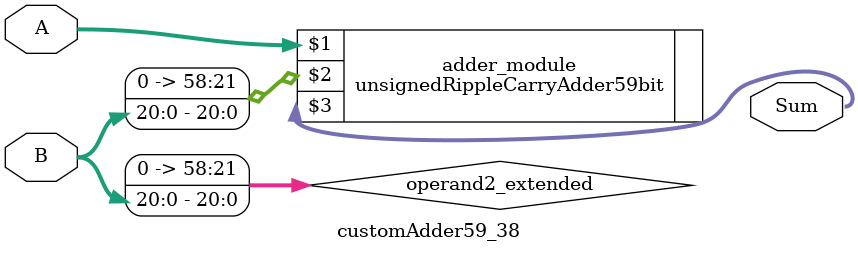
<source format=v>
module customAdder59_38(
                        input [58 : 0] A,
                        input [20 : 0] B,
                        
                        output [59 : 0] Sum
                );

        wire [58 : 0] operand2_extended;
        
        assign operand2_extended =  {38'b0, B};
        
        unsignedRippleCarryAdder59bit adder_module(
            A,
            operand2_extended,
            Sum
        );
        
        endmodule
        
</source>
